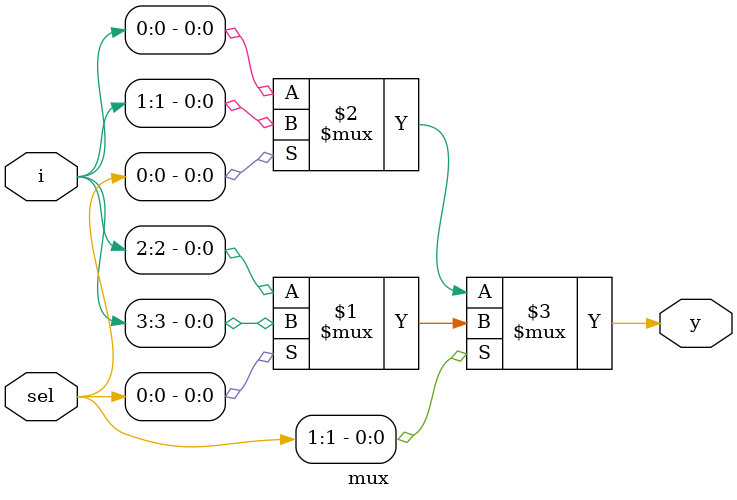
<source format=v>
module mux(
	output		  y,
	input [1:0] sel,
	input [3:0] i
);

assign y = sel[1] ?
          (sel[0] ? i[3] : i[2]):
					(sel[0] ? i[1] : i[0]);

endmodule

//zadania:
//1 symulacja behawioralna

</source>
